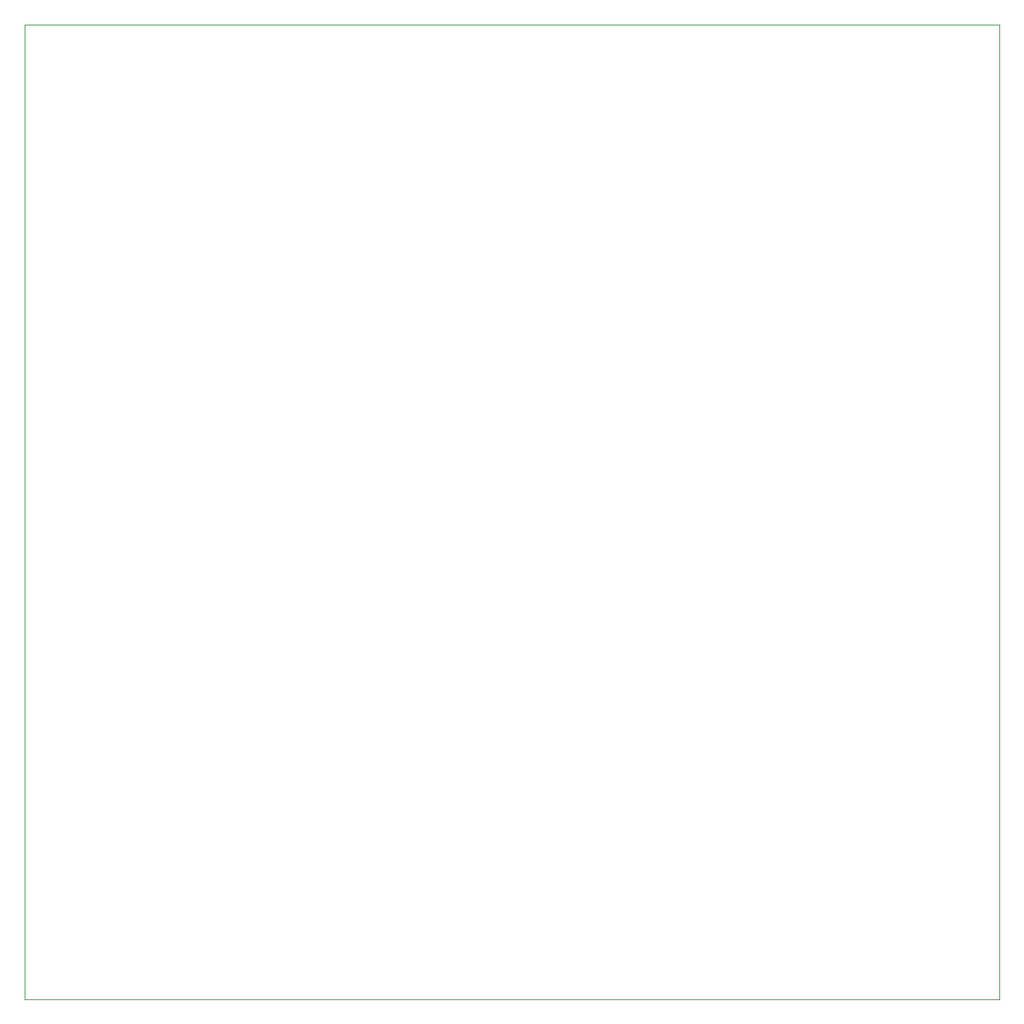
<source format=gbr>
%TF.GenerationSoftware,KiCad,Pcbnew,8.0.3*%
%TF.CreationDate,2025-06-03T15:00:21-07:00*%
%TF.ProjectId,Power_ManagementV2,506f7765-725f-44d6-916e-6167656d656e,rev?*%
%TF.SameCoordinates,Original*%
%TF.FileFunction,Profile,NP*%
%FSLAX46Y46*%
G04 Gerber Fmt 4.6, Leading zero omitted, Abs format (unit mm)*
G04 Created by KiCad (PCBNEW 8.0.3) date 2025-06-03 15:00:21*
%MOMM*%
%LPD*%
G01*
G04 APERTURE LIST*
%TA.AperFunction,Profile*%
%ADD10C,0.100000*%
%TD*%
G04 APERTURE END LIST*
D10*
X154142600Y-50591800D02*
X264642600Y-50591800D01*
X264642600Y-161091800D01*
X154142600Y-161091800D01*
X154142600Y-50591800D01*
M02*

</source>
